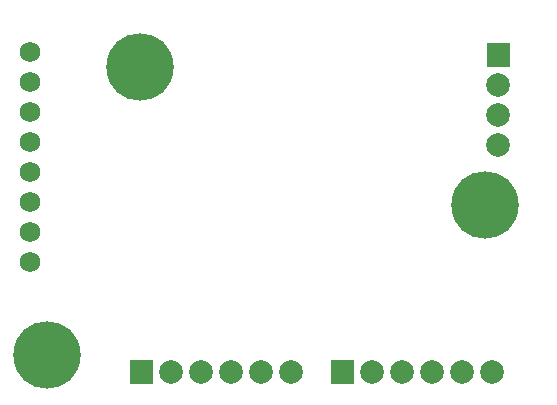
<source format=gbs>
G04 Layer: BottomSolderMaskLayer*
G04 EasyEDA v6.3.22, 2020-01-17T17:02:50--8:00*
G04 00b4f696a6e84f9c838c38f8efb8d84c,fa4d7a5b45b64ba9a5df01c69efcfd0a,10*
G04 Gerber Generator version 0.2*
G04 Scale: 100 percent, Rotated: No, Reflected: No *
G04 Dimensions in millimeters *
G04 leading zeros omitted , absolute positions ,3 integer and 3 decimal *
%FSLAX33Y33*%
%MOMM*%
G90*
G71D02*

%ADD26C,5.703189*%
%ADD28C,2.003196*%
%ADD30C,1.727200*%

%LPD*%
G54D26*
G01X40005Y15621D03*
G01X2921Y2921D03*
G01X10795Y27305D03*
G36*
G01X40147Y27320D02*
G01X40147Y29321D01*
G01X42148Y29321D01*
G01X42148Y27320D01*
G01X40147Y27320D01*
G37*
G54D28*
G01X41148Y25781D03*
G01X41148Y23241D03*
G01X41148Y20701D03*
G54D30*
G01X1524Y10795D03*
G01X1524Y13335D03*
G01X1524Y15875D03*
G01X1524Y18415D03*
G01X1524Y20955D03*
G01X1524Y23495D03*
G01X1524Y26035D03*
G01X1524Y28575D03*
G54D28*
G01X23622Y1524D03*
G01X21082Y1524D03*
G01X18542Y1524D03*
G01X16002Y1524D03*
G01X13462Y1524D03*
G36*
G01X9921Y523D02*
G01X9921Y2524D01*
G01X11922Y2524D01*
G01X11922Y523D01*
G01X9921Y523D01*
G37*
G01X40640Y1524D03*
G01X38100Y1524D03*
G01X35560Y1524D03*
G01X33020Y1524D03*
G01X30480Y1524D03*
G36*
G01X26939Y523D02*
G01X26939Y2524D01*
G01X28940Y2524D01*
G01X28940Y523D01*
G01X26939Y523D01*
G37*
M00*
M02*

</source>
